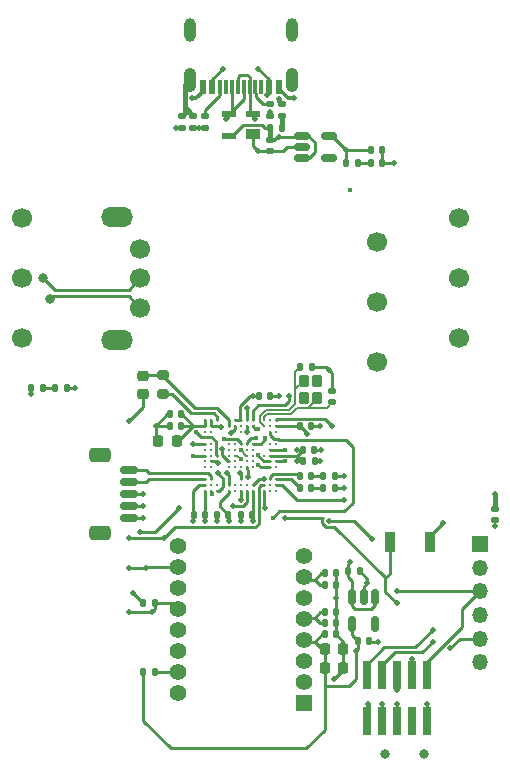
<source format=gbr>
%TF.GenerationSoftware,KiCad,Pcbnew,(6.0.7)*%
%TF.CreationDate,2022-11-12T21:38:40-05:00*%
%TF.ProjectId,redshift,72656473-6869-4667-942e-6b696361645f,0.2*%
%TF.SameCoordinates,Original*%
%TF.FileFunction,Copper,L1,Top*%
%TF.FilePolarity,Positive*%
%FSLAX46Y46*%
G04 Gerber Fmt 4.6, Leading zero omitted, Abs format (unit mm)*
G04 Created by KiCad (PCBNEW (6.0.7)) date 2022-11-12 21:38:40*
%MOMM*%
%LPD*%
G01*
G04 APERTURE LIST*
G04 Aperture macros list*
%AMRoundRect*
0 Rectangle with rounded corners*
0 $1 Rounding radius*
0 $2 $3 $4 $5 $6 $7 $8 $9 X,Y pos of 4 corners*
0 Add a 4 corners polygon primitive as box body*
4,1,4,$2,$3,$4,$5,$6,$7,$8,$9,$2,$3,0*
0 Add four circle primitives for the rounded corners*
1,1,$1+$1,$2,$3*
1,1,$1+$1,$4,$5*
1,1,$1+$1,$6,$7*
1,1,$1+$1,$8,$9*
0 Add four rect primitives between the rounded corners*
20,1,$1+$1,$2,$3,$4,$5,0*
20,1,$1+$1,$4,$5,$6,$7,0*
20,1,$1+$1,$6,$7,$8,$9,0*
20,1,$1+$1,$8,$9,$2,$3,0*%
G04 Aperture macros list end*
%TA.AperFunction,SMDPad,CuDef*%
%ADD10RoundRect,0.150000X-0.150000X0.512500X-0.150000X-0.512500X0.150000X-0.512500X0.150000X0.512500X0*%
%TD*%
%TA.AperFunction,SMDPad,CuDef*%
%ADD11RoundRect,0.127500X-0.297500X0.347500X-0.297500X-0.347500X0.297500X-0.347500X0.297500X0.347500X0*%
%TD*%
%TA.AperFunction,SMDPad,CuDef*%
%ADD12RoundRect,0.127500X0.297500X-0.347500X0.297500X0.347500X-0.297500X0.347500X-0.297500X-0.347500X0*%
%TD*%
%TA.AperFunction,SMDPad,CuDef*%
%ADD13RoundRect,0.150000X-0.512500X-0.150000X0.512500X-0.150000X0.512500X0.150000X-0.512500X0.150000X0*%
%TD*%
%TA.AperFunction,SMDPad,CuDef*%
%ADD14R,0.900000X1.700000*%
%TD*%
%TA.AperFunction,SMDPad,CuDef*%
%ADD15RoundRect,0.225000X-0.225000X-0.250000X0.225000X-0.250000X0.225000X0.250000X-0.225000X0.250000X0*%
%TD*%
%TA.AperFunction,SMDPad,CuDef*%
%ADD16RoundRect,0.225000X-0.250000X0.225000X-0.250000X-0.225000X0.250000X-0.225000X0.250000X0.225000X0*%
%TD*%
%TA.AperFunction,SMDPad,CuDef*%
%ADD17RoundRect,0.225000X0.225000X0.250000X-0.225000X0.250000X-0.225000X-0.250000X0.225000X-0.250000X0*%
%TD*%
%TA.AperFunction,SMDPad,CuDef*%
%ADD18RoundRect,0.135000X0.135000X0.185000X-0.135000X0.185000X-0.135000X-0.185000X0.135000X-0.185000X0*%
%TD*%
%TA.AperFunction,SMDPad,CuDef*%
%ADD19RoundRect,0.147500X0.147500X0.172500X-0.147500X0.172500X-0.147500X-0.172500X0.147500X-0.172500X0*%
%TD*%
%TA.AperFunction,SMDPad,CuDef*%
%ADD20RoundRect,0.140000X-0.140000X-0.170000X0.140000X-0.170000X0.140000X0.170000X-0.140000X0.170000X0*%
%TD*%
%TA.AperFunction,SMDPad,CuDef*%
%ADD21RoundRect,0.140000X0.140000X0.170000X-0.140000X0.170000X-0.140000X-0.170000X0.140000X-0.170000X0*%
%TD*%
%TA.AperFunction,SMDPad,CuDef*%
%ADD22RoundRect,0.140000X-0.170000X0.140000X-0.170000X-0.140000X0.170000X-0.140000X0.170000X0.140000X0*%
%TD*%
%TA.AperFunction,ComponentPad*%
%ADD23O,2.700000X1.700000*%
%TD*%
%TA.AperFunction,ComponentPad*%
%ADD24C,1.700000*%
%TD*%
%TA.AperFunction,SMDPad,CuDef*%
%ADD25RoundRect,0.147500X-0.147500X-0.172500X0.147500X-0.172500X0.147500X0.172500X-0.147500X0.172500X0*%
%TD*%
%TA.AperFunction,ComponentPad*%
%ADD26O,1.050000X2.100000*%
%TD*%
%TA.AperFunction,ComponentPad*%
%ADD27O,1.000000X2.000000*%
%TD*%
%TA.AperFunction,SMDPad,CuDef*%
%ADD28R,0.600000X1.150000*%
%TD*%
%TA.AperFunction,SMDPad,CuDef*%
%ADD29R,0.300000X1.150000*%
%TD*%
%TA.AperFunction,SMDPad,CuDef*%
%ADD30RoundRect,0.200000X0.275000X-0.200000X0.275000X0.200000X-0.275000X0.200000X-0.275000X-0.200000X0*%
%TD*%
%TA.AperFunction,SMDPad,CuDef*%
%ADD31RoundRect,0.140000X0.170000X-0.140000X0.170000X0.140000X-0.170000X0.140000X-0.170000X-0.140000X0*%
%TD*%
%TA.AperFunction,SMDPad,CuDef*%
%ADD32RoundRect,0.135000X-0.135000X-0.185000X0.135000X-0.185000X0.135000X0.185000X-0.135000X0.185000X0*%
%TD*%
%TA.AperFunction,SMDPad,CuDef*%
%ADD33RoundRect,0.147500X-0.172500X0.147500X-0.172500X-0.147500X0.172500X-0.147500X0.172500X0.147500X0*%
%TD*%
%TA.AperFunction,SMDPad,CuDef*%
%ADD34RoundRect,0.135000X-0.185000X0.135000X-0.185000X-0.135000X0.185000X-0.135000X0.185000X0.135000X0*%
%TD*%
%TA.AperFunction,SMDPad,CuDef*%
%ADD35RoundRect,0.135000X0.185000X-0.135000X0.185000X0.135000X-0.185000X0.135000X-0.185000X-0.135000X0*%
%TD*%
%TA.AperFunction,SMDPad,CuDef*%
%ADD36RoundRect,0.250000X0.650000X-0.350000X0.650000X0.350000X-0.650000X0.350000X-0.650000X-0.350000X0*%
%TD*%
%TA.AperFunction,SMDPad,CuDef*%
%ADD37RoundRect,0.150000X0.625000X-0.150000X0.625000X0.150000X-0.625000X0.150000X-0.625000X-0.150000X0*%
%TD*%
%TA.AperFunction,SMDPad,CuDef*%
%ADD38R,0.740000X2.400000*%
%TD*%
%TA.AperFunction,ComponentPad*%
%ADD39O,1.350000X1.350000*%
%TD*%
%TA.AperFunction,ComponentPad*%
%ADD40R,1.350000X1.350000*%
%TD*%
%TA.AperFunction,SMDPad,CuDef*%
%ADD41R,1.168400X0.482600*%
%TD*%
%TA.AperFunction,SMDPad,CuDef*%
%ADD42R,1.168400X0.889000*%
%TD*%
%TA.AperFunction,ComponentPad*%
%ADD43C,1.400000*%
%TD*%
%TA.AperFunction,ComponentPad*%
%ADD44R,1.400000X1.400000*%
%TD*%
%TA.AperFunction,SMDPad,CuDef*%
%ADD45C,0.240000*%
%TD*%
%TA.AperFunction,SMDPad,CuDef*%
%ADD46RoundRect,0.147500X0.172500X-0.147500X0.172500X0.147500X-0.172500X0.147500X-0.172500X-0.147500X0*%
%TD*%
%TA.AperFunction,ViaPad*%
%ADD47C,0.500000*%
%TD*%
%TA.AperFunction,ViaPad*%
%ADD48C,0.450000*%
%TD*%
%TA.AperFunction,ViaPad*%
%ADD49C,0.800000*%
%TD*%
%TA.AperFunction,Conductor*%
%ADD50C,0.250000*%
%TD*%
%TA.AperFunction,Conductor*%
%ADD51C,0.200000*%
%TD*%
%TA.AperFunction,Conductor*%
%ADD52C,0.450000*%
%TD*%
%TA.AperFunction,Conductor*%
%ADD53C,0.350000*%
%TD*%
G04 APERTURE END LIST*
D10*
%TO.P,U3,1,EN*%
%TO.N,+5V*%
X33850000Y14037500D03*
%TO.P,U3,2,GND*%
%TO.N,GND*%
X32900000Y14037500D03*
%TO.P,U3,3,IN*%
%TO.N,+5V*%
X31950000Y14037500D03*
%TO.P,U3,4,OUT*%
%TO.N,+1V9*%
X31950000Y11762500D03*
%TO.P,U3,5,NC*%
%TO.N,unconnected-(U3-Pad5)*%
X33850000Y11762500D03*
%TD*%
D11*
%TO.P,Y1,1,1*%
%TO.N,/XTAL+*%
X28975000Y30875000D03*
D12*
%TO.P,Y1,2,2*%
%TO.N,unconnected-(Y1-Pad2)*%
X28975000Y32325000D03*
%TO.P,Y1,3,3*%
%TO.N,/XTAL-*%
X27825000Y32325000D03*
%TO.P,Y1,4*%
%TO.N,N/C*%
X27825000Y30875000D03*
%TD*%
D13*
%TO.P,U2,1,VIN*%
%TO.N,+5V*%
X27662500Y53050000D03*
%TO.P,U2,2,GND*%
%TO.N,GND*%
X27662500Y52100000D03*
%TO.P,U2,3,EN*%
%TO.N,+5V*%
X27662500Y51150000D03*
%TO.P,U2,4*%
%TO.N,N/C*%
X29937500Y51150000D03*
%TO.P,U2,5,VOUT*%
%TO.N,+3V3*%
X29937500Y53050000D03*
%TD*%
D14*
%TO.P,SW4,2,2*%
%TO.N,GND*%
X38500000Y18650000D03*
%TO.P,SW4,1,1*%
%TO.N,/ISP*%
X35100000Y18650000D03*
%TD*%
D15*
%TO.P,C20,2*%
%TO.N,GND*%
X31175000Y9600000D03*
%TO.P,C20,1*%
%TO.N,+1V9*%
X29625000Y9600000D03*
%TD*%
%TO.P,C25,2*%
%TO.N,GND*%
X31175000Y8000000D03*
%TO.P,C25,1*%
%TO.N,+1V9*%
X29625000Y8000000D03*
%TD*%
D16*
%TO.P,C14,2*%
%TO.N,GND*%
X14200000Y31225000D03*
%TO.P,C14,1*%
%TO.N,/1v2*%
X14200000Y32775000D03*
%TD*%
D17*
%TO.P,C11,2*%
%TO.N,+3V3*%
X15525000Y27200000D03*
%TO.P,C11,1*%
%TO.N,/PMU*%
X17075000Y27200000D03*
%TD*%
D18*
%TO.P,R6,2*%
%TO.N,Net-(D4-Pad2)*%
X29490000Y23250000D03*
%TO.P,R6,1*%
%TO.N,+3V3*%
X30510000Y23250000D03*
%TD*%
D19*
%TO.P,FB1,2*%
%TO.N,+5V*%
X25015000Y53750000D03*
%TO.P,FB1,1*%
%TO.N,/VBUS_F_*%
X25985000Y53750000D03*
%TD*%
D20*
%TO.P,C24,2*%
%TO.N,GND*%
X28750000Y25500000D03*
%TO.P,C24,1*%
%TO.N,+3V3*%
X27790000Y25500000D03*
%TD*%
D21*
%TO.P,C13,2*%
%TO.N,+3V3*%
X16520000Y29500000D03*
%TO.P,C13,1*%
%TO.N,/PMU*%
X17480000Y29500000D03*
%TD*%
D20*
%TO.P,C10,2*%
%TO.N,GND*%
X34480000Y51900000D03*
%TO.P,C10,1*%
%TO.N,+3V3*%
X33520000Y51900000D03*
%TD*%
D22*
%TO.P,C8,2*%
%TO.N,GND*%
X25000000Y51790000D03*
%TO.P,C8,1*%
%TO.N,+5V*%
X25000000Y52750000D03*
%TD*%
D23*
%TO.P,ENC1,MP*%
%TO.N,N/C*%
X12000000Y35800000D03*
X12000000Y46200000D03*
D24*
%TO.P,ENC1,C,C*%
%TO.N,GND*%
X14000000Y43500000D03*
%TO.P,ENC1,B,B*%
%TO.N,/ENC_B*%
X14000000Y41000000D03*
%TO.P,ENC1,A,A*%
%TO.N,/ENC_A*%
X14000000Y38500000D03*
%TD*%
D25*
%TO.P,D3,2,A*%
%TO.N,Net-(D3-Pad2)*%
X28490000Y24250000D03*
%TO.P,D3,1,K*%
%TO.N,/FAULT_LED*%
X27520000Y24250000D03*
%TD*%
D26*
%TO.P,J1,S4,SHIELD*%
%TO.N,/SH*%
X18180000Y57820000D03*
D27*
%TO.P,J1,S3,SHIELD*%
X18180000Y62000000D03*
%TO.P,J1,S2,SHIELD*%
X26820000Y62000000D03*
D26*
%TO.P,J1,S1,SHIELD*%
X26820000Y57820000D03*
D28*
%TO.P,J1,B12,GND*%
%TO.N,GND*%
X25700000Y57245000D03*
%TO.P,J1,B9,VBUS*%
%TO.N,/VBUS_*%
X24900000Y57245000D03*
D29*
%TO.P,J1,B8,SBU2*%
%TO.N,unconnected-(J1-PadB8)*%
X24250000Y57245000D03*
%TO.P,J1,B7,D-*%
%TO.N,/USB_D-*%
X23250000Y57245000D03*
%TO.P,J1,B6,D+*%
%TO.N,/USB_D+*%
X21750000Y57245000D03*
%TO.P,J1,B5,CC2*%
%TO.N,Net-(J1-PadB5)*%
X20750000Y57245000D03*
D28*
%TO.P,J1,B4,VBUS*%
%TO.N,/VBUS_*%
X20100000Y57245000D03*
%TO.P,J1,B1,GND*%
%TO.N,GND*%
X19300000Y57245000D03*
%TO.P,J1,A12,GND*%
X19300000Y57245000D03*
%TO.P,J1,A9,VBUS*%
%TO.N,/VBUS_*%
X20100000Y57245000D03*
D29*
%TO.P,J1,A8,SBU1*%
%TO.N,unconnected-(J1-PadA8)*%
X21250000Y57245000D03*
%TO.P,J1,A7,D-*%
%TO.N,/USB_D-*%
X22250000Y57245000D03*
%TO.P,J1,A6,D+*%
%TO.N,/USB_D+*%
X22750000Y57245000D03*
%TO.P,J1,A5,CC1*%
%TO.N,Net-(J1-PadA5)*%
X23750000Y57245000D03*
D28*
%TO.P,J1,A4,VBUS*%
%TO.N,/VBUS_*%
X24900000Y57245000D03*
%TO.P,J1,A1,GND*%
%TO.N,GND*%
X25700000Y57245000D03*
%TD*%
D30*
%TO.P,L1,2,2*%
%TO.N,/1v2*%
X15900000Y32825000D03*
%TO.P,L1,1,1*%
%TO.N,/_1v2*%
X15900000Y31175000D03*
%TD*%
D25*
%TO.P,D4,2,A*%
%TO.N,Net-(D4-Pad2)*%
X28485000Y23250000D03*
%TO.P,D4,1,K*%
%TO.N,/USER_LED*%
X27515000Y23250000D03*
%TD*%
D20*
%TO.P,C2,2*%
%TO.N,GND*%
X32580000Y16200000D03*
%TO.P,C2,1*%
%TO.N,+5V*%
X31620000Y16200000D03*
%TD*%
D21*
%TO.P,C4,2*%
%TO.N,GND*%
X20500000Y21000000D03*
%TO.P,C4,1*%
%TO.N,+3V3*%
X21460000Y21000000D03*
%TD*%
D31*
%TO.P,C15,2*%
%TO.N,GND*%
X30250000Y31480000D03*
%TO.P,C15,1*%
%TO.N,/XTAL+*%
X30250000Y30520000D03*
%TD*%
D18*
%TO.P,R4,2*%
%TO.N,Net-(D2-Pad2)*%
X6740000Y31750000D03*
%TO.P,R4,1*%
%TO.N,+3V3*%
X7760000Y31750000D03*
%TD*%
D22*
%TO.P,C1,2*%
%TO.N,GND*%
X18500000Y53770000D03*
%TO.P,C1,1*%
%TO.N,/SH*%
X18500000Y54730000D03*
%TD*%
D20*
%TO.P,C23,2*%
%TO.N,GND*%
X28500000Y33500000D03*
%TO.P,C23,1*%
%TO.N,/XTAL-*%
X27540000Y33500000D03*
%TD*%
%TO.P,C6,2*%
%TO.N,GND*%
X28460000Y28500000D03*
%TO.P,C6,1*%
%TO.N,+3V3*%
X27500000Y28500000D03*
%TD*%
D21*
%TO.P,C12,2*%
%TO.N,+3V3*%
X16520000Y28500000D03*
%TO.P,C12,1*%
%TO.N,/PMU*%
X17480000Y28500000D03*
%TD*%
D32*
%TO.P,R7,2*%
%TO.N,Net-(R7-Pad2)*%
X15260000Y7700000D03*
%TO.P,R7,1*%
%TO.N,+1V9*%
X14240000Y7700000D03*
%TD*%
D20*
%TO.P,C22,2*%
%TO.N,GND*%
X30580000Y12750000D03*
%TO.P,C22,1*%
%TO.N,Net-(C21-Pad1)*%
X29620000Y12750000D03*
%TD*%
D25*
%TO.P,D2,2,A*%
%TO.N,Net-(D2-Pad2)*%
X5735000Y31750000D03*
%TO.P,D2,1,K*%
%TO.N,/USB1_LED*%
X4765000Y31750000D03*
%TD*%
D33*
%TO.P,D7,2,A*%
%TO.N,/DBG_VIN*%
X44000000Y20515000D03*
%TO.P,D7,1,K*%
%TO.N,/VBUS_*%
X44000000Y21485000D03*
%TD*%
D24*
%TO.P,SW3,3,NC*%
%TO.N,/SW3_M_NC*%
X34000000Y33920000D03*
%TO.P,SW3,2,NO*%
%TO.N,/SW3_M_NO*%
X34000000Y39000000D03*
%TO.P,SW3,1,C*%
%TO.N,GND*%
X34000000Y44080000D03*
%TD*%
D20*
%TO.P,C9,2*%
%TO.N,GND*%
X24980000Y31000000D03*
%TO.P,C9,1*%
%TO.N,+3V3*%
X24020000Y31000000D03*
%TD*%
D34*
%TO.P,R1,2*%
%TO.N,GND*%
X17500000Y53740000D03*
%TO.P,R1,1*%
%TO.N,/SH*%
X17500000Y54760000D03*
%TD*%
D21*
%TO.P,C3,2*%
%TO.N,GND*%
X18520000Y21000000D03*
%TO.P,C3,1*%
%TO.N,+3V3*%
X19480000Y21000000D03*
%TD*%
D35*
%TO.P,R2,2*%
%TO.N,Net-(J1-PadA5)*%
X25000000Y55760000D03*
%TO.P,R2,1*%
%TO.N,GND*%
X25000000Y54740000D03*
%TD*%
D19*
%TO.P,D6,2,A*%
%TO.N,Net-(D6-Pad2)*%
X33515000Y50800000D03*
%TO.P,D6,1,K*%
%TO.N,GND*%
X34485000Y50800000D03*
%TD*%
D21*
%TO.P,C17,2*%
%TO.N,+3V3*%
X29620000Y16050000D03*
%TO.P,C17,1*%
%TO.N,GND*%
X30580000Y16050000D03*
%TD*%
D20*
%TO.P,C7,2*%
%TO.N,GND*%
X33380000Y10300000D03*
%TO.P,C7,1*%
%TO.N,+1V9*%
X32420000Y10300000D03*
%TD*%
D21*
%TO.P,C5,2*%
%TO.N,GND*%
X22500000Y21000000D03*
%TO.P,C5,1*%
%TO.N,+3V3*%
X23460000Y21000000D03*
%TD*%
D20*
%TO.P,C16,2*%
%TO.N,GND*%
X28730000Y26500000D03*
%TO.P,C16,1*%
%TO.N,+3V3*%
X27770000Y26500000D03*
%TD*%
D32*
%TO.P,R8,2*%
%TO.N,/FC6_MISO*%
X15260000Y13500000D03*
%TO.P,R8,1*%
%TO.N,+3V3*%
X14240000Y13500000D03*
%TD*%
D36*
%TO.P,J2,MP*%
%TO.N,N/C*%
X10550000Y26050000D03*
X10550000Y19450000D03*
D37*
%TO.P,J2,5,Pin_5*%
%TO.N,/SW5_NO*%
X13075000Y24750000D03*
%TO.P,J2,4,Pin_4*%
%TO.N,/SW5_NC*%
X13075000Y23750000D03*
%TO.P,J2,3,Pin_3*%
%TO.N,GND*%
X13075000Y22750000D03*
%TO.P,J2,2,Pin_2*%
%TO.N,/SW4_NC*%
X13075000Y21750000D03*
%TO.P,J2,1,Pin_1*%
%TO.N,/SW4_NO*%
X13075000Y20750000D03*
%TD*%
D38*
%TO.P,J4,10,~{RESET}*%
%TO.N,/RESET*%
X38290000Y7450000D03*
%TO.P,J4,9,GNDDetect*%
%TO.N,GND*%
X38290000Y3550000D03*
%TO.P,J4,8,NC/TDI*%
%TO.N,/ISP*%
X37020000Y7450000D03*
%TO.P,J4,7,KEY*%
%TO.N,unconnected-(J4-Pad7)*%
X37020000Y3550000D03*
%TO.P,J4,6,SWO/TDO*%
%TO.N,/SWO*%
X35750000Y7450000D03*
%TO.P,J4,5,GND*%
%TO.N,GND*%
X35750000Y3550000D03*
%TO.P,J4,4,SWDCLK/TCK*%
%TO.N,/SWCLK*%
X34480000Y7450000D03*
%TO.P,J4,3,GND*%
%TO.N,GND*%
X34480000Y3550000D03*
%TO.P,J4,2,SWDIO/TMS*%
%TO.N,/SWDIO*%
X33210000Y7450000D03*
%TO.P,J4,1,VTref*%
%TO.N,/DBG_VIN*%
X33210000Y3550000D03*
%TD*%
D39*
%TO.P,J3,6,Pin_6*%
%TO.N,/SWCLK*%
X42750000Y8500000D03*
%TO.P,J3,5,Pin_5*%
%TO.N,/SWO*%
X42750000Y10500000D03*
%TO.P,J3,4,Pin_4*%
%TO.N,/SWDIO*%
X42750000Y12500000D03*
%TO.P,J3,3,Pin_3*%
%TO.N,/RESET*%
X42750000Y14500000D03*
%TO.P,J3,2,Pin_2*%
%TO.N,/DBG_VIN*%
X42750000Y16500000D03*
D40*
%TO.P,J3,1,Pin_1*%
%TO.N,GND*%
X42750000Y18500000D03*
%TD*%
D21*
%TO.P,C18,2*%
%TO.N,+3V3*%
X29620000Y15000000D03*
%TO.P,C18,1*%
%TO.N,GND*%
X30580000Y15000000D03*
%TD*%
D18*
%TO.P,R5,2*%
%TO.N,Net-(D3-Pad2)*%
X29500000Y24250000D03*
%TO.P,R5,1*%
%TO.N,+3V3*%
X30520000Y24250000D03*
%TD*%
D41*
%TO.P,D1,4,VCC*%
%TO.N,+5V*%
X21484343Y53049999D03*
%TO.P,D1,3,I/O2*%
%TO.N,/USB_D+*%
X21484343Y54950001D03*
%TO.P,D1,2,I/O1*%
%TO.N,/USB_D-*%
X23516343Y54950000D03*
D42*
%TO.P,D1,1,GND*%
%TO.N,GND*%
X23516343Y53253200D03*
%TD*%
D43*
%TO.P,U1,16*%
%TO.N,N/C*%
X17150000Y5905000D03*
%TO.P,U1,15,LED_P*%
%TO.N,Net-(R7-Pad2)*%
X17150000Y7685000D03*
%TO.P,U1,14,~{RESET}*%
%TO.N,/SNSR_RST*%
X17150000Y9465000D03*
%TO.P,U1,13,~{CS}*%
%TO.N,/FC6_CS1*%
X17150000Y11245000D03*
%TO.P,U1,12,MISO*%
%TO.N,/FC6_MISO*%
X17150000Y13025000D03*
%TO.P,U1,11,MOSI*%
%TO.N,/FC6_MOSI*%
X17150000Y14805000D03*
%TO.P,U1,10,SCLK*%
%TO.N,/FC6_SCK*%
X17150000Y16585000D03*
%TO.P,U1,9,MOTION*%
%TO.N,/SNSR_MTN*%
X17150000Y18365000D03*
%TO.P,U1,8,GND*%
%TO.N,GND*%
X27850000Y17475000D03*
%TO.P,U1,7,VDDIO*%
%TO.N,+3V3*%
X27850000Y15695000D03*
%TO.P,U1,6,GPO*%
%TO.N,unconnected-(U1-Pad6)*%
X27850000Y13915000D03*
%TO.P,U1,5,VDDPIX*%
%TO.N,Net-(C21-Pad1)*%
X27850000Y12135000D03*
%TO.P,U1,4,VDD*%
%TO.N,+1V9*%
X27850000Y10355000D03*
%TO.P,U1,3,GND*%
%TO.N,GND*%
X27850000Y8575000D03*
%TO.P,U1,2*%
%TO.N,N/C*%
X27850000Y6795000D03*
D44*
%TO.P,U1,1*%
X27850000Y5015000D03*
%TD*%
D45*
%TO.P,IC1,N13,VBAT_DCDC*%
%TO.N,/PMU*%
X19500000Y29000000D03*
%TO.P,IC1,N12,VSS_DCDC_2*%
%TO.N,GND*%
X20000000Y29000000D03*
%TO.P,IC1,N11,LX*%
%TO.N,/_1v2*%
X20500000Y29000000D03*
%TO.P,IC1,N9,FB*%
%TO.N,/1v2*%
X21500000Y29000000D03*
%TO.P,IC1,N8,USB1_VBUS*%
%TO.N,+3V3*%
X22000000Y29000000D03*
%TO.P,IC1,N7,USB1_3V3*%
X22500000Y29000000D03*
%TO.P,IC1,N6,USB1_DM*%
%TO.N,/USB_D-*%
X23000000Y29000000D03*
%TO.P,IC1,N5,USB1_VSS*%
%TO.N,GND*%
X23500000Y29000000D03*
%TO.P,IC1,N3,XTAL32M_P*%
%TO.N,/XTAL+*%
X24500000Y29000000D03*
%TO.P,IC1,N2,PIO0_27*%
%TO.N,unconnected-(IC1-PadN2)*%
X25000000Y29000000D03*
%TO.P,IC1,N1,VSS_4*%
%TO.N,GND*%
X25500000Y29000000D03*
%TO.P,IC1,M13,VBAT__PMU*%
%TO.N,/PMU*%
X19500000Y28500000D03*
%TO.P,IC1,M12,VSS_DCDC_1*%
%TO.N,GND*%
X20000000Y28500000D03*
%TO.P,IC1,M11,VSS_PMU*%
X20500000Y28500000D03*
%TO.P,IC1,M9,VDD_PMU*%
%TO.N,/1v2*%
X21500000Y28500000D03*
%TO.P,IC1,M8,PIO1_22*%
%TO.N,/SW1_L_NO*%
X22000000Y28500000D03*
%TO.P,IC1,M7,PIO1_21*%
%TO.N,unconnected-(IC1-PadM7)*%
X22500000Y28500000D03*
%TO.P,IC1,M6,USB1_DP*%
%TO.N,/USB_D+*%
X23000000Y28500000D03*
%TO.P,IC1,M5,PIO1_5*%
%TO.N,/SW3_M_NO*%
X23500000Y28500000D03*
%TO.P,IC1,M3,XTAL32M_N*%
%TO.N,/XTAL-*%
X24500000Y28500000D03*
%TO.P,IC1,M2,PIO0_8*%
%TO.N,unconnected-(IC1-PadM2)*%
X25000000Y28500000D03*
%TO.P,IC1,M1,VDD_4*%
%TO.N,+3V3*%
X25500000Y28500000D03*
%TO.P,IC1,L13,PIO0_9/ACMP0_B*%
%TO.N,unconnected-(IC1-PadL13)*%
X19500000Y28000000D03*
%TO.P,IC1,L12,PIO0_0/_ACMP0_A*%
%TO.N,unconnected-(IC1-PadL12)*%
X20000000Y28000000D03*
%TO.P,IC1,L7,PIO1_14/ACMP0_D*%
%TO.N,unconnected-(IC1-PadL7)*%
X22500000Y28000000D03*
%TO.P,IC1,L2,PIO0_15/ADC0_2*%
%TO.N,/FC6_CS1*%
X25000000Y28000000D03*
%TO.P,IC1,L1,PIO0_31/ADC0_3*%
%TO.N,unconnected-(IC1-PadL1)*%
X25500000Y28000000D03*
%TO.P,IC1,J13,XTAL32K_P*%
%TO.N,GND*%
X19500000Y27000000D03*
%TO.P,IC1,J12,XTAL32K_N*%
%TO.N,unconnected-(IC1-PadJ12)*%
X20000000Y27000000D03*
%TO.P,IC1,J9,PIO1_17*%
%TO.N,unconnected-(IC1-PadJ9)*%
X21500000Y27000000D03*
%TO.P,IC1,J8,PIO1_23*%
%TO.N,unconnected-(IC1-PadJ8)*%
X22000000Y27000000D03*
%TO.P,IC1,J7,PIO1_10*%
%TO.N,/SW1_L_NC*%
X22500000Y27000000D03*
%TO.P,IC1,J6,RESETN*%
%TO.N,/RESET*%
X23000000Y27000000D03*
%TO.P,IC1,J5,PIO1_7*%
%TO.N,/SW3_M_NC*%
X23500000Y27000000D03*
%TO.P,IC1,J2,PIO0_16/ADC0_8*%
%TO.N,unconnected-(IC1-PadJ2)*%
X25000000Y27000000D03*
%TO.P,IC1,J1,PIO0_23/ADC0_0*%
%TO.N,unconnected-(IC1-PadJ1)*%
X25500000Y27000000D03*
%TO.P,IC1,H13,PIO1_19/ACMPVREF*%
%TO.N,unconnected-(IC1-PadH13)*%
X19500000Y26500000D03*
%TO.P,IC1,H12,PIO0_26*%
%TO.N,unconnected-(IC1-PadH12)*%
X20000000Y26500000D03*
%TO.P,IC1,H9,PIO0_18/ACMP0_C*%
%TO.N,unconnected-(IC1-PadH9)*%
X21500000Y26500000D03*
%TO.P,IC1,H8,PIO0_29*%
%TO.N,unconnected-(IC1-PadH8)*%
X22000000Y26500000D03*
%TO.P,IC1,H6,PIO1_31*%
%TO.N,unconnected-(IC1-PadH6)*%
X23000000Y26500000D03*
%TO.P,IC1,H5,PIO1_6*%
%TO.N,unconnected-(IC1-PadH5)*%
X23500000Y26500000D03*
%TO.P,IC1,H2,VSSA*%
%TO.N,GND*%
X25000000Y26500000D03*
%TO.P,IC1,H1,VREFN*%
X25500000Y26500000D03*
%TO.P,IC1,G13,PIO1_3*%
%TO.N,/ENC_B*%
X19500000Y26000000D03*
%TO.P,IC1,G12,PIO1_2*%
%TO.N,unconnected-(IC1-PadG12)*%
X20000000Y26000000D03*
%TO.P,IC1,G11,PIO1_1/WAKEUP*%
%TO.N,/ENC_A*%
X20500000Y26000000D03*
%TO.P,IC1,G9,PIO1_18/WAKUP*%
%TO.N,unconnected-(IC1-PadG9)*%
X21500000Y26000000D03*
%TO.P,IC1,G8,PIO1_29*%
%TO.N,/SW2_R_NC*%
X22000000Y26000000D03*
%TO.P,IC1,G6,PIO1_11*%
%TO.N,/SW2_R_NO*%
X23000000Y26000000D03*
%TO.P,IC1,G5,PIO0_7*%
%TO.N,unconnected-(IC1-PadG5)*%
X23500000Y26000000D03*
%TO.P,IC1,G3,PIO0_17*%
%TO.N,unconnected-(IC1-PadG3)*%
X24500000Y26000000D03*
%TO.P,IC1,G2,VDDA*%
%TO.N,+3V3*%
X25000000Y26000000D03*
%TO.P,IC1,G1,VREFP*%
X25500000Y26000000D03*
%TO.P,IC1,F13,PIO0_28/WAKEUP*%
%TO.N,unconnected-(IC1-PadF13)*%
X19500000Y25500000D03*
%TO.P,IC1,F12,PIO1_12*%
%TO.N,/FC6_SCK*%
X20000000Y25500000D03*
%TO.P,IC1,F9,PIO1_30/WAKEUP*%
%TO.N,/USB1_LED*%
X21500000Y25500000D03*
%TO.P,IC1,F8,PIO0_3/TCK*%
%TO.N,unconnected-(IC1-PadF8)*%
X22000000Y25500000D03*
%TO.P,IC1,F6,PIO1_24*%
%TO.N,unconnected-(IC1-PadF6)*%
X23000000Y25500000D03*
%TO.P,IC1,F5,PIO0_1*%
%TO.N,unconnected-(IC1-PadF5)*%
X23500000Y25500000D03*
%TO.P,IC1,F2,PIO0_10/ADC0_1*%
%TO.N,/SWO*%
X25000000Y25500000D03*
%TO.P,IC1,F1,PIO0_11/ADC0_9*%
%TO.N,/SWCLK*%
X25500000Y25500000D03*
%TO.P,IC1,E13,PIO1_26*%
%TO.N,unconnected-(IC1-PadE13)*%
X19500000Y25000000D03*
%TO.P,IC1,E12,PIO0_24*%
%TO.N,unconnected-(IC1-PadE12)*%
X20000000Y25000000D03*
%TO.P,IC1,E9,PIO0_22*%
%TO.N,unconnected-(IC1-PadE9)*%
X21500000Y25000000D03*
%TO.P,IC1,E8,PIO1_27*%
%TO.N,unconnected-(IC1-PadE8)*%
X22000000Y25000000D03*
%TO.P,IC1,E7,PIO0_4/TMS*%
%TO.N,unconnected-(IC1-PadE7)*%
X22500000Y25000000D03*
%TO.P,IC1,E6,PIO0_19*%
%TO.N,/SNSR_MTN*%
X23000000Y25000000D03*
%TO.P,IC1,E5,PIO0_30*%
%TO.N,unconnected-(IC1-PadE5)*%
X23500000Y25000000D03*
%TO.P,IC1,E2,PIO0_12/ADC0_10*%
%TO.N,/SWDIO*%
X25000000Y25000000D03*
%TO.P,IC1,E1,PIO1_0/ADC0_11*%
%TO.N,unconnected-(IC1-PadE1)*%
X25500000Y25000000D03*
%TO.P,IC1,C13,PIO0_14*%
%TO.N,/SW5_NC*%
X19500000Y24000000D03*
%TO.P,IC1,C12,PIO0_13*%
%TO.N,/SW5_NO*%
X20000000Y24000000D03*
%TO.P,IC1,C7,PIO1_16*%
%TO.N,/FC6_MISO*%
X22500000Y24000000D03*
%TO.P,IC1,C2,PIO1_20*%
%TO.N,/FAULT_LED*%
X25000000Y24000000D03*
%TO.P,IC1,C1,PIO1_9/ADC0_12*%
%TO.N,/USER_LED*%
X25500000Y24000000D03*
%TO.P,IC1,B13,VSS_3*%
%TO.N,GND*%
X19500000Y23500000D03*
%TO.P,IC1,B12,PIO0_20*%
%TO.N,unconnected-(IC1-PadB12)*%
X20000000Y23500000D03*
%TO.P,IC1,B11,PIO0_2/TRST*%
%TO.N,unconnected-(IC1-PadB11)*%
X20500000Y23500000D03*
%TO.P,IC1,B9,VSS_2*%
%TO.N,GND*%
X21500000Y23500000D03*
%TO.P,IC1,B8,PIO1_25*%
%TO.N,unconnected-(IC1-PadB8)*%
X22000000Y23500000D03*
%TO.P,IC1,B7,PIO0_6/TDO*%
%TO.N,unconnected-(IC1-PadB7)*%
X22500000Y23500000D03*
%TO.P,IC1,B6,PIO1_15*%
%TO.N,unconnected-(IC1-PadB6)*%
X23000000Y23500000D03*
%TO.P,IC1,B5,VSS_1*%
%TO.N,GND*%
X23500000Y23500000D03*
%TO.P,IC1,B3,PIO1_13*%
%TO.N,/FC6_MOSI*%
X24500000Y23500000D03*
%TO.P,IC1,B2,PIO1_4*%
%TO.N,unconnected-(IC1-PadB2)*%
X25000000Y23500000D03*
%TO.P,IC1,B1,USB0_VSS*%
%TO.N,GND*%
X25500000Y23500000D03*
%TO.P,IC1,A13,VDD_3*%
%TO.N,+3V3*%
X19500000Y23000000D03*
%TO.P,IC1,A12,PIO0_21*%
%TO.N,/SW4_NO*%
X20000000Y23000000D03*
%TO.P,IC1,A11,PIO0_25*%
%TO.N,/SW4_NC*%
X20500000Y23000000D03*
%TO.P,IC1,A9,VDD_2*%
%TO.N,+3V3*%
X21500000Y23000000D03*
%TO.P,IC1,A8,PIO1_28*%
%TO.N,unconnected-(IC1-PadA8)*%
X22000000Y23000000D03*
%TO.P,IC1,A7,PIO0_5/TDI*%
%TO.N,/ISP*%
X22500000Y23000000D03*
%TO.P,IC1,A6,PIO1_8/ADC0_4*%
%TO.N,/SNSR_RST*%
X23000000Y23000000D03*
%TO.P,IC1,A5,VDD_1*%
%TO.N,+3V3*%
X23500000Y23000000D03*
%TO.P,IC1,A3,USB0_3V3*%
X24500000Y23000000D03*
%TO.P,IC1,A2,USB0_DP*%
%TO.N,unconnected-(IC1-PadA2)*%
X25000000Y23000000D03*
%TO.P,IC1,A1,USB0_DM*%
%TO.N,unconnected-(IC1-PadA1)*%
X25500000Y23000000D03*
%TD*%
D20*
%TO.P,C19,2*%
%TO.N,GND*%
X30580000Y10850000D03*
%TO.P,C19,1*%
%TO.N,+1V9*%
X29620000Y10850000D03*
%TD*%
D24*
%TO.P,SW2,3,NC*%
%TO.N,/SW2_R_NC*%
X41000000Y35920000D03*
%TO.P,SW2,2,NO*%
%TO.N,/SW2_R_NO*%
X41000000Y41000000D03*
%TO.P,SW2,1,C*%
%TO.N,GND*%
X41000000Y46080000D03*
%TD*%
D46*
%TO.P,F1,2*%
%TO.N,/VBUS_*%
X26000000Y55735000D03*
%TO.P,F1,1*%
%TO.N,/VBUS_F_*%
X26000000Y54765000D03*
%TD*%
D32*
%TO.P,R13,2*%
%TO.N,Net-(D6-Pad2)*%
X32410000Y50800000D03*
%TO.P,R13,1*%
%TO.N,+3V3*%
X31390000Y50800000D03*
%TD*%
D20*
%TO.P,C21,2*%
%TO.N,GND*%
X30580000Y11800000D03*
%TO.P,C21,1*%
%TO.N,Net-(C21-Pad1)*%
X29620000Y11800000D03*
%TD*%
D24*
%TO.P,SW1,3,NC*%
%TO.N,/SW1_L_NC*%
X4000000Y35920000D03*
%TO.P,SW1,2,NO*%
%TO.N,/SW1_L_NO*%
X4000000Y41000000D03*
%TO.P,SW1,1,C*%
%TO.N,GND*%
X4000000Y46080000D03*
%TD*%
D35*
%TO.P,R3,2*%
%TO.N,Net-(J1-PadB5)*%
X19500000Y54760000D03*
%TO.P,R3,1*%
%TO.N,GND*%
X19500000Y53740000D03*
%TD*%
D47*
%TO.N,GND*%
X30400000Y7100000D03*
X13000000Y28900000D03*
D48*
%TO.N,+5V*%
X31750000Y48500000D03*
D47*
X25700000Y53000000D03*
X31786965Y16986965D03*
%TO.N,+3V3*%
X23500000Y31000000D03*
X31250000Y24250000D03*
X15300000Y28500000D03*
X23500000Y20500000D03*
X13350000Y14400000D03*
X27250000Y26500000D03*
X8500000Y31750000D03*
X31400000Y51900000D03*
X19500000Y20500000D03*
X31250000Y23250000D03*
X28100000Y27824500D03*
X21500000Y20500000D03*
X24549011Y21549011D03*
X27250000Y25500000D03*
D49*
X38000000Y750000D03*
D47*
%TO.N,+1V9*%
X32250000Y9450000D03*
%TO.N,/USB_D+*%
X21250000Y54500000D03*
X23050000Y28000000D03*
%TO.N,/USB_D-*%
X23000000Y30000000D03*
X23750000Y54500000D03*
%TO.N,/VBUS_*%
X21000000Y58750000D03*
X44000000Y22750000D03*
X25718767Y56218767D03*
X24000000Y58750000D03*
X24759355Y56495456D03*
%TO.N,/USB1_LED*%
X20924500Y26586598D03*
X4750000Y31250000D03*
D48*
%TO.N,/FC6_CS1*%
X25250000Y20750000D03*
%TO.N,/RESET*%
X23800000Y27500000D03*
D47*
X35725500Y14500000D03*
%TO.N,/FC6_SCK*%
X13000000Y16500000D03*
X14475500Y16500000D03*
X20550000Y25350000D03*
%TO.N,/FC6_MOSI*%
X16024500Y19000000D03*
X13000000Y19000000D03*
%TO.N,/FC6_MISO*%
X22399500Y24490312D03*
X14975500Y12750000D03*
X13000000Y12750000D03*
D48*
%TO.N,/SW1_L_NC*%
X21050000Y27400000D03*
D47*
%TO.N,/SNSR_RST*%
X17300000Y21549011D03*
X14000000Y19524500D03*
X21850000Y21750000D03*
%TO.N,/SW1_L_NO*%
X21650000Y27924500D03*
%TO.N,GND*%
X21350000Y24500000D03*
X29270000Y26500000D03*
X27000000Y56250000D03*
X29250000Y28500000D03*
X31250000Y22250000D03*
X19000000Y53750000D03*
X24451727Y24042359D03*
X35750000Y5000000D03*
X24000000Y51750000D03*
X26600989Y31000000D03*
D49*
X34750000Y750000D03*
D47*
X30000000Y33250000D03*
X18475011Y27000000D03*
X22500000Y20500000D03*
X25750000Y31000000D03*
X38250000Y5000000D03*
X35500000Y50750000D03*
X20500000Y20500000D03*
X34500000Y5000000D03*
X34100000Y10250000D03*
X25000000Y55090500D03*
X30250000Y28500000D03*
X17000000Y53750000D03*
X33229122Y15229122D03*
X30580000Y13920000D03*
X29250000Y25500000D03*
X20800000Y28450000D03*
X18374500Y56250000D03*
D48*
X26250000Y26500000D03*
D47*
X18500000Y20500000D03*
X14250000Y22750000D03*
X39650000Y20300000D03*
%TO.N,/SW4_NC*%
X20544503Y24500000D03*
X14250000Y21750000D03*
D48*
%TO.N,/SW4_NO*%
X20050000Y22724011D03*
D47*
X14250000Y20750000D03*
D48*
%TO.N,/SW2_R_NO*%
X22494503Y26500000D03*
%TO.N,/SW2_R_NC*%
X22535842Y25670558D03*
%TO.N,/SW3_M_NO*%
X24000000Y28250000D03*
%TO.N,/SW3_M_NC*%
X24569819Y27449500D03*
%TO.N,/ENC_B*%
X18500000Y26000000D03*
D49*
X5750000Y41000000D03*
%TO.N,/ENC_A*%
X6334080Y39232867D03*
D48*
X18750000Y28000000D03*
D47*
%TO.N,/SWO*%
X35750000Y6125500D03*
D48*
X23991917Y26050500D03*
D47*
X40250000Y9725500D03*
D48*
%TO.N,/SWCLK*%
X26250000Y25500000D03*
D47*
X38750000Y10250000D03*
%TO.N,/SWDIO*%
X33650000Y18950000D03*
D48*
X24000000Y25200000D03*
D47*
X38750000Y11250000D03*
X29945943Y20495943D03*
%TO.N,/SNSR_MTN*%
X23150000Y24150000D03*
%TO.N,/ISP*%
X26250000Y20750000D03*
X35725500Y13500000D03*
X37000000Y8750000D03*
X22500000Y22250000D03*
%TO.N,/DBG_VIN*%
X44000000Y20000000D03*
X33250000Y5000000D03*
%TD*%
D50*
%TO.N,+1V9*%
X31950000Y10770000D02*
X32420000Y10300000D01*
X31950000Y11762500D02*
X31950000Y10770000D01*
%TO.N,GND*%
X33229122Y15550878D02*
X32580000Y16200000D01*
X33229122Y15229122D02*
X33229122Y15550878D01*
X32900000Y14900000D02*
X33229122Y15229122D01*
X32900000Y14037500D02*
X32900000Y14900000D01*
%TO.N,+5V*%
X33500000Y13000000D02*
X33850000Y13350000D01*
X33850000Y13350000D02*
X33850000Y14037500D01*
X32200000Y13000000D02*
X33500000Y13000000D01*
X31950000Y13250000D02*
X32200000Y13000000D01*
X31950000Y14037500D02*
X31950000Y13250000D01*
X31620000Y15680000D02*
X31950000Y15350000D01*
X31620000Y16200000D02*
X31620000Y15680000D01*
X31950000Y15350000D02*
X31950000Y14037500D01*
X31620000Y16820000D02*
X31786965Y16986965D01*
X31620000Y16200000D02*
X31620000Y16820000D01*
%TO.N,/ISP*%
X35100000Y16000000D02*
X35100000Y18650000D01*
X34725500Y15625500D02*
X35100000Y16000000D01*
X34725500Y14500000D02*
X34725500Y15625500D01*
X29728480Y19970943D02*
X30429057Y19970943D01*
X29420943Y20278480D02*
X29728480Y19970943D01*
X29457537Y20750000D02*
X29420943Y20713406D01*
X29420943Y20713406D02*
X29420943Y20278480D01*
X34725500Y15674500D02*
X34725500Y14500000D01*
X26250000Y20750000D02*
X29457537Y20750000D01*
X30429057Y19970943D02*
X34725500Y15674500D01*
%TO.N,GND*%
X31175000Y7875000D02*
X31175000Y8000000D01*
X30400000Y7100000D02*
X31175000Y7875000D01*
%TO.N,+1V9*%
X29700000Y6500000D02*
X29625000Y6575000D01*
X31700000Y6500000D02*
X29700000Y6500000D01*
X32250000Y7050000D02*
X31700000Y6500000D01*
X32250000Y9450000D02*
X32250000Y7050000D01*
X29625000Y6575000D02*
X29625000Y7175000D01*
%TO.N,/ISP*%
X34725500Y14474500D02*
X35700000Y13500000D01*
X35700000Y13500000D02*
X35725500Y13500000D01*
X34725500Y14500000D02*
X34725500Y14474500D01*
D51*
%TO.N,/XTAL+*%
X28975000Y30825000D02*
X28200489Y30050489D01*
X28975000Y30875000D02*
X28975000Y30825000D01*
X28200489Y30050489D02*
X28150489Y30050489D01*
%TO.N,/XTAL-*%
X27100489Y31600489D02*
X27100489Y31500489D01*
X27825000Y32325000D02*
X27100489Y31600489D01*
%TO.N,/XTAL+*%
X28150489Y30050489D02*
X28300489Y30050489D01*
X27300489Y30050489D02*
X28150489Y30050489D01*
D50*
%TO.N,+3V3*%
X29937500Y53050000D02*
X30250000Y53050000D01*
X30250000Y53050000D02*
X31400000Y51900000D01*
%TO.N,GND*%
X26090000Y51790000D02*
X26400000Y52100000D01*
X25000000Y51790000D02*
X26090000Y51790000D01*
X26400000Y52100000D02*
X27662500Y52100000D01*
%TO.N,+5V*%
X28800000Y51700000D02*
X28250000Y51150000D01*
X28800000Y52500000D02*
X28800000Y51700000D01*
X28250000Y53050000D02*
X28800000Y52500000D01*
X28250000Y51150000D02*
X27662500Y51150000D01*
X27662500Y53050000D02*
X28250000Y53050000D01*
X27612500Y53000000D02*
X27662500Y53050000D01*
X25700000Y53000000D02*
X27612500Y53000000D01*
%TO.N,GND*%
X38500000Y18650000D02*
X38500000Y19150000D01*
X38500000Y19150000D02*
X39650000Y20300000D01*
%TO.N,+3V3*%
X15300000Y27425000D02*
X15525000Y27200000D01*
X15300000Y28500000D02*
X15300000Y27425000D01*
%TO.N,/PMU*%
X18500000Y28500000D02*
X17200000Y27200000D01*
X17200000Y27200000D02*
X17075000Y27200000D01*
%TO.N,GND*%
X33430000Y10250000D02*
X33380000Y10300000D01*
%TO.N,+1V9*%
X32420000Y9620000D02*
X32420000Y10300000D01*
%TO.N,GND*%
X34100000Y10250000D02*
X33430000Y10250000D01*
%TO.N,+1V9*%
X32250000Y9450000D02*
X32420000Y9620000D01*
%TO.N,GND*%
X14200000Y30100000D02*
X13000000Y28900000D01*
X14200000Y31225000D02*
X14200000Y30100000D01*
%TO.N,/1v2*%
X14250000Y32825000D02*
X14200000Y32775000D01*
X15900000Y32825000D02*
X14250000Y32825000D01*
X15900000Y32700000D02*
X15900000Y32825000D01*
X19800000Y30000000D02*
X18600000Y30000000D01*
X18600000Y30000000D02*
X15900000Y32700000D01*
%TO.N,/_1v2*%
X20500000Y29300000D02*
X20500000Y29000000D01*
X18300000Y29600000D02*
X20200000Y29600000D01*
X16725000Y31175000D02*
X18300000Y29600000D01*
X20200000Y29600000D02*
X20500000Y29300000D01*
X15900000Y31175000D02*
X16725000Y31175000D01*
%TO.N,+1V9*%
X29625000Y8000000D02*
X29625000Y9600000D01*
%TO.N,GND*%
X31175000Y10255000D02*
X31175000Y9600000D01*
%TO.N,+1V9*%
X29625000Y9600000D02*
X29400000Y9600000D01*
%TO.N,GND*%
X30580000Y10850000D02*
X31175000Y10255000D01*
%TO.N,+1V9*%
X29400000Y9600000D02*
X28750000Y10250000D01*
%TO.N,GND*%
X31175000Y9600000D02*
X31175000Y8000000D01*
%TO.N,+1V9*%
X29625000Y7175000D02*
X29625000Y8000000D01*
%TO.N,/1v2*%
X19800000Y30000000D02*
X20500000Y30000000D01*
X20500000Y30000000D02*
X21500000Y29000000D01*
%TO.N,+3V3*%
X15300000Y28500000D02*
X16520000Y28500000D01*
X16300000Y29500000D02*
X16520000Y29500000D01*
X15300000Y28500000D02*
X16300000Y29500000D01*
%TO.N,+1V9*%
X29625000Y2775000D02*
X29625000Y7175000D01*
X28050000Y1200000D02*
X29625000Y2775000D01*
%TO.N,/USB_D-*%
X23250000Y57245000D02*
X23250000Y55216343D01*
X23250000Y55216343D02*
X23516343Y54950000D01*
%TO.N,/USB_D+*%
X22750000Y56215658D02*
X22750000Y57245000D01*
X21484343Y54950001D02*
X22750000Y56215658D01*
%TO.N,+5V*%
X24325054Y53972211D02*
X22722211Y53972211D01*
D52*
X25015000Y53750000D02*
X25015000Y52765000D01*
D50*
X24547265Y53750000D02*
X24325054Y53972211D01*
X21799999Y53049999D02*
X21434343Y53049999D01*
D52*
X25015000Y52765000D02*
X25000000Y52750000D01*
D50*
X22722211Y53972211D02*
X21799999Y53049999D01*
X25604236Y53000000D02*
X25700000Y53000000D01*
X25015000Y53750000D02*
X24547265Y53750000D01*
X25354236Y52750000D02*
X25604236Y53000000D01*
%TO.N,+3V3*%
X23500000Y21020000D02*
X23520000Y21000000D01*
X21460000Y21000000D02*
X20750000Y21710000D01*
X27520000Y25750000D02*
X27270000Y26000000D01*
X27250000Y25500000D02*
X27520000Y25500000D01*
X23500000Y20960000D02*
X23460000Y21000000D01*
X24020000Y31000000D02*
X23500000Y31000000D01*
X29250000Y15000000D02*
X28750000Y15500000D01*
X31250000Y23250000D02*
X30510000Y23250000D01*
X14240000Y13510000D02*
X13350000Y14400000D01*
X33520000Y51900000D02*
X31400000Y51900000D01*
X21500000Y20500000D02*
X21500000Y20960000D01*
X23460000Y21000000D02*
X23500000Y21040000D01*
X8500000Y31750000D02*
X7760000Y31750000D01*
X28100000Y27824500D02*
X28100000Y27900000D01*
X21500000Y20960000D02*
X21460000Y21000000D01*
X23500000Y20500000D02*
X23500000Y20960000D01*
X27770000Y26500000D02*
X27270000Y26000000D01*
X22000000Y29000000D02*
X22500000Y29000000D01*
X27270000Y26000000D02*
X25000000Y26000000D01*
X31400000Y51900000D02*
X31400000Y50810000D01*
X28045000Y15500000D02*
X27850000Y15695000D01*
X29620000Y15000000D02*
X29250000Y15000000D01*
X27520000Y25500000D02*
X27520000Y25750000D01*
X20750000Y22091715D02*
X21500000Y22841715D01*
X24549011Y21549011D02*
X24500000Y21598022D01*
X19500000Y21020000D02*
X19520000Y21000000D01*
X21500000Y22841715D02*
X21500000Y23000000D01*
X24500000Y21598022D02*
X24500000Y23000000D01*
X31400000Y50810000D02*
X31390000Y50800000D01*
X29620000Y16050000D02*
X29300000Y16050000D01*
X19500000Y20500000D02*
X19500000Y20980000D01*
X23500000Y21040000D02*
X23500000Y23000000D01*
X19500000Y23000000D02*
X19500000Y21020000D01*
X20750000Y21710000D02*
X20750000Y22091715D01*
X29300000Y16050000D02*
X28750000Y15500000D01*
X14240000Y13500000D02*
X14240000Y13510000D01*
X19500000Y20980000D02*
X19480000Y21000000D01*
X21500000Y21020000D02*
X21520000Y21000000D01*
X31250000Y24250000D02*
X30520000Y24250000D01*
X28750000Y15500000D02*
X28045000Y15500000D01*
X23500000Y31000000D02*
X23258228Y31000000D01*
X22475489Y30217261D02*
X22475489Y29024511D01*
X22475489Y29024511D02*
X22500000Y29000000D01*
X27250000Y26500000D02*
X27770000Y26500000D01*
X23258228Y31000000D02*
X22475489Y30217261D01*
X28100000Y27900000D02*
X27500000Y28500000D01*
X27500000Y28500000D02*
X25500000Y28500000D01*
%TO.N,+1V9*%
X28050000Y1200000D02*
X16600000Y1200000D01*
X14240000Y3560000D02*
X14240000Y7700000D01*
X28750000Y10250000D02*
X27955000Y10250000D01*
X27955000Y10250000D02*
X27850000Y10355000D01*
X29350000Y10850000D02*
X28750000Y10250000D01*
X29620000Y10850000D02*
X29350000Y10850000D01*
X16600000Y1200000D02*
X14240000Y3560000D01*
%TO.N,/PMU*%
X17500000Y29500000D02*
X18500000Y28500000D01*
X17480000Y29500000D02*
X17500000Y29500000D01*
X19500000Y29000000D02*
X19500000Y28500000D01*
X19500000Y28500000D02*
X18500000Y28500000D01*
X18500000Y28500000D02*
X17480000Y28500000D01*
%TO.N,/1v2*%
X21500000Y28500000D02*
X21500000Y29000000D01*
%TO.N,/USB_D+*%
X21750000Y55215658D02*
X21484343Y54950001D01*
X21750000Y55250000D02*
X21750000Y55215658D01*
X21484343Y54950001D02*
X21484343Y54734343D01*
X23050000Y28450000D02*
X23000000Y28500000D01*
X23050000Y28000000D02*
X23050000Y28450000D01*
X21484343Y54734343D02*
X21250000Y54500000D01*
X21750000Y55250000D02*
X21750000Y57245000D01*
%TO.N,/USB_D-*%
X23020000Y58250000D02*
X22480000Y58250000D01*
X23250000Y58020000D02*
X23020000Y58250000D01*
X22480000Y58250000D02*
X22250000Y58020000D01*
X22250000Y58020000D02*
X22250000Y57245000D01*
X23250000Y57245000D02*
X23250000Y58020000D01*
X23516343Y54950000D02*
X23516343Y54733657D01*
X23000000Y29000000D02*
X23000000Y30000000D01*
X23516343Y54733657D02*
X23750000Y54500000D01*
%TO.N,/VBUS_F_*%
X26000000Y53765000D02*
X25985000Y53750000D01*
D52*
X26000000Y54765000D02*
X26000000Y53765000D01*
D50*
%TO.N,/VBUS_*%
X24900000Y56636101D02*
X24900000Y57245000D01*
D52*
X44000000Y22750000D02*
X44000000Y21485000D01*
D50*
X20100000Y57850000D02*
X21000000Y58750000D01*
D52*
X25718767Y56016233D02*
X26000000Y55735000D01*
D50*
X20100000Y57245000D02*
X20100000Y57850000D01*
X24759355Y56495456D02*
X24900000Y56636101D01*
X24900000Y57245000D02*
X24900000Y57850000D01*
X24900000Y57850000D02*
X24000000Y58750000D01*
D52*
X25718767Y56218767D02*
X25718767Y56016233D01*
D50*
%TO.N,/USB1_LED*%
X4750000Y31250000D02*
X4750000Y31735000D01*
X21500000Y25500000D02*
X21441385Y25500000D01*
X4750000Y31735000D02*
X4765000Y31750000D01*
X20924500Y26016885D02*
X20924500Y26586598D01*
X21441385Y25500000D02*
X20924500Y26016885D01*
%TO.N,/FC6_CS1*%
X25308360Y27395000D02*
X25000000Y27703360D01*
X31275000Y21275000D02*
X32000000Y22000000D01*
X32000000Y22000000D02*
X32000000Y26750000D01*
X25775000Y21275000D02*
X31275000Y21275000D01*
X25663615Y27395000D02*
X25308360Y27395000D01*
X31450000Y27300000D02*
X25758615Y27300000D01*
X32000000Y26750000D02*
X31450000Y27300000D01*
X25758615Y27300000D02*
X25663615Y27395000D01*
X25000000Y27703360D02*
X25000000Y28000000D01*
X25250000Y20750000D02*
X25775000Y21275000D01*
%TO.N,/RESET*%
X41250000Y13000000D02*
X41750000Y13500000D01*
X41250000Y11500000D02*
X41250000Y13000000D01*
X38290000Y7450000D02*
X38290000Y8540000D01*
X23000000Y27000000D02*
X23000000Y27169705D01*
X23000000Y27169705D02*
X23330295Y27500000D01*
X35725500Y14500000D02*
X42750000Y14500000D01*
X38290000Y8540000D02*
X41250000Y11500000D01*
X41750000Y13500000D02*
X42750000Y14500000D01*
X23330295Y27500000D02*
X23800000Y27500000D01*
%TO.N,/FC6_SCK*%
X14560500Y16585000D02*
X17150000Y16585000D01*
X20400000Y25500000D02*
X20000000Y25500000D01*
X14475500Y16500000D02*
X13000000Y16500000D01*
X14475500Y16500000D02*
X14560500Y16585000D01*
X20550000Y25350000D02*
X20400000Y25500000D01*
%TO.N,/FC6_MOSI*%
X24024511Y20200978D02*
X24024511Y23321151D01*
X16024500Y19000000D02*
X16944500Y19920000D01*
X16024500Y19000000D02*
X13000000Y19000000D01*
X23743533Y19920000D02*
X24024511Y20200978D01*
X24203360Y23500000D02*
X24500000Y23500000D01*
X24024511Y23321151D02*
X24203360Y23500000D01*
X16944500Y19920000D02*
X23743533Y19920000D01*
%TO.N,/FC6_MISO*%
X14975500Y12750000D02*
X15260000Y13034500D01*
X22500000Y24389812D02*
X22500000Y24000000D01*
X16675000Y13500000D02*
X17150000Y13025000D01*
X15260000Y13034500D02*
X15260000Y13500000D01*
X14975500Y12750000D02*
X13000000Y12750000D01*
X15260000Y13500000D02*
X16675000Y13500000D01*
X22399500Y24490312D02*
X22500000Y24389812D01*
%TO.N,Net-(D2-Pad2)*%
X5735000Y31750000D02*
X6740000Y31750000D01*
%TO.N,Net-(J1-PadB5)*%
X19500000Y55250000D02*
X19500000Y54760000D01*
X20750000Y57245000D02*
X20750000Y56500000D01*
X20750000Y56500000D02*
X19500000Y55250000D01*
%TO.N,Net-(J1-PadA5)*%
X23774511Y56346467D02*
X24360978Y55760000D01*
X24360978Y55760000D02*
X25000000Y55760000D01*
X23750000Y57245000D02*
X23750000Y56741772D01*
X23750000Y56741772D02*
X23774511Y56717261D01*
X23774511Y56717261D02*
X23774511Y56346467D01*
%TO.N,/SW1_L_NC*%
X21050000Y27400000D02*
X22158615Y27400000D01*
X22158615Y27400000D02*
X22500000Y27058615D01*
X22500000Y27058615D02*
X22500000Y27000000D01*
D52*
%TO.N,/SH*%
X18180000Y57820000D02*
X17750000Y57390000D01*
X17750000Y55480000D02*
X18500000Y54730000D01*
X17750000Y57390000D02*
X17750000Y55010000D01*
X17750000Y55010000D02*
X17500000Y54760000D01*
D50*
%TO.N,/SNSR_RST*%
X21850000Y21750000D02*
X21875000Y21725000D01*
X21875000Y21725000D02*
X22717463Y21725000D01*
X22717463Y21725000D02*
X23024511Y22032048D01*
X23024511Y22032048D02*
X23024511Y22975489D01*
X17300000Y21549011D02*
X15275489Y19524500D01*
X15275489Y19524500D02*
X14000000Y19524500D01*
X23024511Y22975489D02*
X23000000Y23000000D01*
%TO.N,/SW1_L_NO*%
X21650000Y27924500D02*
X22000000Y28274500D01*
X22000000Y28274500D02*
X22000000Y28500000D01*
%TO.N,GND*%
X29750000Y33500000D02*
X30000000Y33250000D01*
X25000000Y51790000D02*
X24040000Y51790000D01*
X14250000Y22750000D02*
X13075000Y22750000D01*
X34480000Y3550000D02*
X34480000Y4980000D01*
X25000000Y55090500D02*
X25000000Y54740000D01*
X34485000Y51895000D02*
X34485000Y50800000D01*
X18500000Y23000000D02*
X18500000Y20500000D01*
X30580000Y11800000D02*
X30580000Y12750000D01*
X23991772Y30250000D02*
X23500000Y29758228D01*
X17000000Y53750000D02*
X17010000Y53740000D01*
X29250000Y28500000D02*
X28460000Y28500000D01*
X18980000Y53770000D02*
X18500000Y53770000D01*
X18475011Y27000000D02*
X19500000Y27000000D01*
X25584520Y29084520D02*
X25500000Y29000000D01*
X24040000Y51790000D02*
X24000000Y51750000D01*
X24451727Y24042359D02*
X24042359Y24042359D01*
D53*
X26465481Y56284519D02*
X25700000Y57050000D01*
D50*
X23516343Y52233657D02*
X23516343Y53253200D01*
X30250000Y33000000D02*
X30250000Y31480000D01*
X26250000Y30250000D02*
X23991772Y30250000D01*
X21350000Y24500000D02*
X21500000Y24350000D01*
D53*
X25700000Y57050000D02*
X25700000Y57245000D01*
D50*
X19500000Y23500000D02*
X19000000Y23500000D01*
X24980000Y31000000D02*
X25750000Y31000000D01*
X35500000Y50750000D02*
X34535000Y50750000D01*
X26250000Y26500000D02*
X25000000Y26500000D01*
X29250000Y25500000D02*
X28710000Y25500000D01*
X34480000Y4980000D02*
X34500000Y5000000D01*
X30580000Y15000000D02*
X30580000Y16050000D01*
X28500000Y33500000D02*
X29750000Y33500000D01*
X17010000Y53740000D02*
X17500000Y53740000D01*
X20000000Y28500000D02*
X20000000Y29000000D01*
X34480000Y51900000D02*
X34485000Y51895000D01*
X19000000Y23500000D02*
X18500000Y23000000D01*
X26600989Y30600989D02*
X26250000Y30250000D01*
D53*
X19300000Y56800000D02*
X19300000Y57245000D01*
D50*
X30000000Y33250000D02*
X30250000Y33000000D01*
X20500000Y28500000D02*
X20750000Y28500000D01*
D53*
X18750000Y56250000D02*
X19300000Y56800000D01*
D50*
X20500000Y28500000D02*
X20000000Y28500000D01*
X30580000Y12750000D02*
X30580000Y15000000D01*
X26000000Y23500000D02*
X25500000Y23500000D01*
X23500000Y29758228D02*
X23500000Y29000000D01*
X29270000Y26500000D02*
X28730000Y26500000D01*
D53*
X18374500Y56250000D02*
X18750000Y56250000D01*
D50*
X29665480Y29084520D02*
X25584520Y29084520D01*
X19000000Y53750000D02*
X18980000Y53770000D01*
X26600989Y31000000D02*
X26600989Y30600989D01*
X24042359Y24042359D02*
X23500000Y23500000D01*
X35750000Y3550000D02*
X35750000Y5000000D01*
X24000000Y51750000D02*
X23516343Y52233657D01*
X30250000Y28500000D02*
X29665480Y29084520D01*
X31250000Y22250000D02*
X27250000Y22250000D01*
X34535000Y50750000D02*
X34485000Y50800000D01*
X21500000Y24350000D02*
X21500000Y23500000D01*
X38290000Y3550000D02*
X38290000Y4960000D01*
D53*
X27000000Y56250000D02*
X26965481Y56284519D01*
D50*
X30580000Y10850000D02*
X30580000Y11800000D01*
X38290000Y4960000D02*
X38250000Y5000000D01*
X27250000Y22250000D02*
X26000000Y23500000D01*
D53*
X26965481Y56284519D02*
X26465481Y56284519D01*
D50*
X20750000Y28500000D02*
X20800000Y28450000D01*
%TO.N,Net-(R7-Pad2)*%
X17135000Y7700000D02*
X17150000Y7685000D01*
X15260000Y7700000D02*
X17135000Y7700000D01*
%TO.N,/SW4_NC*%
X21000000Y23330295D02*
X21000000Y24044503D01*
X21000000Y24044503D02*
X20544503Y24500000D01*
X14250000Y21750000D02*
X13075000Y21750000D01*
X20669705Y23000000D02*
X21000000Y23330295D01*
X20500000Y23000000D02*
X20669705Y23000000D01*
%TO.N,/SW4_NO*%
X20000000Y23000000D02*
X20000000Y22774011D01*
X14250000Y20750000D02*
X13075000Y20750000D01*
X20000000Y22774011D02*
X20050000Y22724011D01*
%TO.N,/SW5_NC*%
X19500000Y24000000D02*
X14750000Y24000000D01*
X14500000Y23750000D02*
X13075000Y23750000D01*
X14750000Y24000000D02*
X14500000Y23750000D01*
%TO.N,/SW5_NO*%
X14500000Y24750000D02*
X13075000Y24750000D01*
X14750000Y24500000D02*
X14500000Y24750000D01*
X20000000Y24000000D02*
X20000000Y24250000D01*
X20000000Y24250000D02*
X19750000Y24500000D01*
X19750000Y24500000D02*
X14750000Y24500000D01*
%TO.N,/FAULT_LED*%
X25194940Y24400000D02*
X27370000Y24400000D01*
X25000000Y24205060D02*
X25194940Y24400000D01*
X27370000Y24400000D02*
X27520000Y24250000D01*
X25000000Y24000000D02*
X25000000Y24205060D01*
%TO.N,Net-(D3-Pad2)*%
X28490000Y24250000D02*
X29500000Y24250000D01*
%TO.N,/USER_LED*%
X27515000Y23250000D02*
X26765000Y24000000D01*
X26765000Y24000000D02*
X25500000Y24000000D01*
%TO.N,Net-(D4-Pad2)*%
X28485000Y23250000D02*
X29490000Y23250000D01*
D51*
%TO.N,/SW2_R_NO*%
X22494503Y26482237D02*
X22976740Y26000000D01*
X22976740Y26000000D02*
X23000000Y26000000D01*
X22494503Y26500000D02*
X22494503Y26482237D01*
%TO.N,/SW2_R_NC*%
X22535842Y25670558D02*
X22206400Y26000000D01*
X22206400Y26000000D02*
X22000000Y26000000D01*
D50*
%TO.N,/SW3_M_NO*%
X23750000Y28250000D02*
X23500000Y28500000D01*
X24000000Y28250000D02*
X23750000Y28250000D01*
%TO.N,/SW3_M_NC*%
X24569819Y27449500D02*
X24569819Y27369819D01*
X24200000Y27000000D02*
X23500000Y27000000D01*
X24569819Y27369819D02*
X24200000Y27000000D01*
%TO.N,/ENC_B*%
X5750000Y41000000D02*
X6750000Y40000000D01*
X6750000Y40000000D02*
X13000000Y40000000D01*
X13000000Y40000000D02*
X14000000Y41000000D01*
X18500000Y26000000D02*
X19500000Y26000000D01*
%TO.N,/ENC_A*%
X19987790Y27605489D02*
X20400000Y27193279D01*
X20400000Y26100000D02*
X20500000Y26000000D01*
X13000000Y39500000D02*
X14000000Y38500000D01*
X6334080Y39232867D02*
X6601213Y39500000D01*
X18750000Y28000000D02*
X19144511Y27605489D01*
X6601213Y39500000D02*
X13000000Y39500000D01*
X20400000Y27193279D02*
X20400000Y26100000D01*
X19144511Y27605489D02*
X19987790Y27605489D01*
%TO.N,/SWO*%
X41500000Y10500000D02*
X42750000Y10500000D01*
X23991917Y26050500D02*
X23991917Y25949468D01*
X24441385Y25500000D02*
X25000000Y25500000D01*
X41024500Y10500000D02*
X41500000Y10500000D01*
X23991917Y25949468D02*
X24441385Y25500000D01*
X40250000Y9725500D02*
X41024500Y10500000D01*
%TO.N,/SWCLK*%
X35550480Y9350480D02*
X37850480Y9350480D01*
X26250000Y25500000D02*
X25500000Y25500000D01*
X34480000Y7450000D02*
X34480000Y8480000D01*
X37850480Y9350480D02*
X38750000Y10250000D01*
X34480000Y8280000D02*
X35550480Y9350480D01*
X34480000Y7450000D02*
X34480000Y8280000D01*
%TO.N,/SWDIO*%
X34660978Y9750000D02*
X33210000Y8299022D01*
X37250000Y9750000D02*
X34660978Y9750000D01*
X33650000Y18950000D02*
X32104057Y20495943D01*
X32104057Y20495943D02*
X29945943Y20495943D01*
X33210000Y8299022D02*
X33210000Y7450000D01*
X24200000Y25000000D02*
X25000000Y25000000D01*
X24000000Y25200000D02*
X24200000Y25000000D01*
X38750000Y11250000D02*
X37250000Y9750000D01*
%TO.N,Net-(C21-Pad1)*%
X29250000Y12750000D02*
X28750000Y12250000D01*
X28750000Y12250000D02*
X27965000Y12250000D01*
X29200000Y11800000D02*
X29620000Y11800000D01*
X29620000Y12750000D02*
X29250000Y12750000D01*
X28750000Y12250000D02*
X29200000Y11800000D01*
X27965000Y12250000D02*
X27850000Y12135000D01*
%TO.N,/SNSR_MTN*%
X23150000Y24150000D02*
X23150000Y24750000D01*
X23000000Y24900000D02*
X23000000Y25000000D01*
X23150000Y24750000D02*
X23000000Y24900000D01*
D51*
%TO.N,/XTAL+*%
X24750000Y29500000D02*
X26750000Y29500000D01*
X24500000Y29250000D02*
X24750000Y29500000D01*
X26750000Y29500000D02*
X27300489Y30050489D01*
X24500000Y29000000D02*
X24500000Y29250000D01*
X28300489Y30050489D02*
X29780489Y30050489D01*
X29780489Y30050489D02*
X30250000Y30520000D01*
%TO.N,/XTAL-*%
X24442076Y28500000D02*
X24105489Y28836587D01*
X24105489Y29349785D02*
X24605224Y29849520D01*
X26599520Y29849520D02*
X27100489Y30350489D01*
X24105489Y28836587D02*
X24105489Y29349785D01*
X24605224Y29849520D02*
X26599520Y29849520D01*
X27100489Y30350489D02*
X27100489Y31500489D01*
X24500000Y28500000D02*
X24442076Y28500000D01*
X27100489Y33060489D02*
X27540000Y33500000D01*
X27100489Y31500489D02*
X27100489Y33060489D01*
D50*
%TO.N,/ISP*%
X22500000Y22250000D02*
X22500000Y23000000D01*
%TO.N,Net-(D6-Pad2)*%
X32410000Y50800000D02*
X33515000Y50800000D01*
D52*
%TO.N,/DBG_VIN*%
X33250000Y3590000D02*
X33210000Y3550000D01*
X33250000Y5000000D02*
X33250000Y3590000D01*
%TD*%
M02*

</source>
